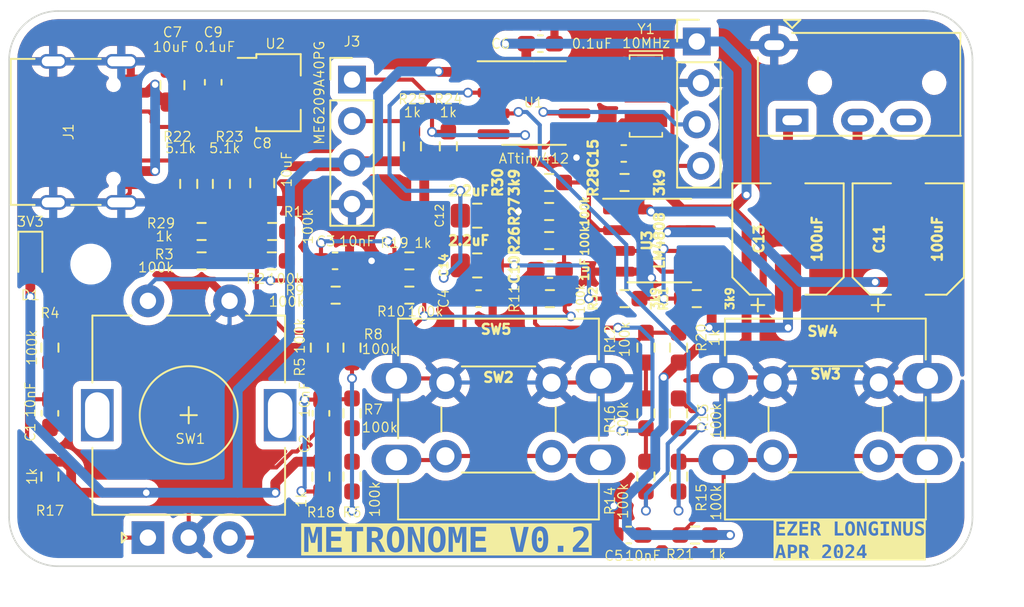
<source format=kicad_pcb>
(kicad_pcb (version 20221018) (generator pcbnew)
  (layers (0 "F.Cu" signal) (31 "B.Cu" signal) (34 "B.Paste" user) (35 "F.Paste" user) (36 "B.SilkS" user "B.Silkscreen") (37 "F.SilkS" user "F.Silkscreen") (38 "B.Mask" user) (39 "F.Mask" user) (44 "Edge.Cuts" user))
  (net 0 "")
  (net 1 "Net-(C1-Pad1)")
  (net 2 "GND")
  (net 3 "Net-(C2-Pad1)")
  (net 4 "Net-(C3-Pad1)")
  (net 5 "Net-(SW2-B)")
  (net 6 "Net-(SW3-B)")
  (net 7 "+3.3V")
  (net 8 "+5V")
  (net 9 "Net-(U3-INAP)")
  (net 10 "AUDIO_OUT")
  (net 11 "VOUT1")
  (net 12 "Net-(J1-CC1)")
  (net 16 "Net-(J1-CC2)")
  (net 20 "UPDI")
  (net 21 "Net-(R1-Pad2)")
  (net 22 "Net-(R2-Pad1)")
  (net 23 "Net-(R3-Pad2)")
  (net 24 "Net-(R5-Pad2)")
  (net 25 "Net-(R6-Pad1)")
  (net 26 "Net-(R10-Pad2)")
  (net 27 "Net-(R10-Pad1)")
  (net 28 "Net-(R11-Pad1)")
  (net 29 "Net-(R12-Pad1)")
  (net 30 "INPUTS")
  (net 31 "Net-(R15-Pad1)")
  (net 32 "SCL")
  (net 33 "SDA")
  (net 34 "BC1")
  (net 35 "PA3")
  (net 36 "Net-(D1-K)")
  (net 37 "Net-(C12-Pad2)")
  (net 38 "VOUT2")
  (net 39 "BC2")
  (net 40 "Net-(C14-Pad2)")
  (net 41 "Net-(U3-INAN)")
  (net 42 "Net-(U3-INBN)")
  (footprint "Resistor_SMD:R_0603_1608Metric_Pad0.98x0.95mm_HandSolder" (layer "F.Cu") (at 119 63.5875 -90)
    (fp_text reference "R22")
    (fp_text value "5.1k")
  )
  (footprint "Resistor_SMD:R_0603_1608Metric_Pad0.98x0.95mm_HandSolder" (layer "F.Cu") (at 129 77.6375 90)
    (fp_text reference "R7")
    (fp_text value "100k")
  )
  (footprint "Resistor_SMD:R_0603_1608Metric_Pad0.98x0.95mm_HandSolder" (layer "F.Cu") (at 110.5 81.5125 90)
    (fp_text reference "R17")
    (fp_text value "1k")
  )
  (footprint "Package_SO:SOIC-8_3.9x4.9mm_P1.27mm" (layer "F.Cu") (at 147.828 67.056)
    (fp_text reference "U3")
    (fp_text value "LM4808")
  )
  (footprint "ELonginus:6.35mm headphone jack PJ-611A" (layer "F.Cu") (at 164.656 57.39 -90)
    (fp_text reference "J4" hide)
    (fp_text value "AudioJack3_Ground")
  )
  (footprint "Resistor_SMD:R_0603_1608Metric_Pad0.98x0.95mm_HandSolder" (layer "F.Cu") (at 141.0735 63.5)
    (fp_text reference "R30")
    (fp_text value "3k9")
  )
  (footprint "Resistor_SMD:R_0603_1608Metric_Pad0.98x0.95mm_HandSolder" (layer "F.Cu") (at 132.5125 68.3)
    (fp_text reference "R19")
    (fp_text value "1k")
  )
  (footprint "Resistor_SMD:R_0603_1608Metric_Pad0.98x0.95mm_HandSolder" (layer "F.Cu") (at 141.1205 70.612)
    (fp_text reference "R11")
    (fp_text value "100k")
  )
  (footprint "Capacitor_SMD:C_0603_1608Metric_Pad1.08x0.95mm_HandSolder" (layer "F.Cu") (at 140.5375 55)
    (fp_text reference "C6")
    (fp_text value "0.1uF")
  )
  (footprint "Connector_PinHeader_2.54mm:PinHeader_1x04_P2.54mm_Vertical" (layer "F.Cu") (at 129 57.2)
    (fp_text reference "J3")
    (fp_text value "Conn_01x04_Pin" hide)
  )
  (footprint "Resistor_SMD:R_0603_1608Metric_Pad0.98x0.95mm_HandSolder" (layer "F.Cu") (at 150.0105 85.09)
    (fp_text reference "R21")
    (fp_text value "1k")
  )
  (footprint "Resistor_SMD:R_0603_1608Metric_Pad0.98x0.95mm_HandSolder" (layer "F.Cu") (at 145.6925 70.612)
    (fp_text reference "R32")
    (fp_text value "3k9")
  )
  (footprint "ELonginus:SW_PUSH_6mm" (layer "F.Cu") (at 134.724 75.764)
    (fp_text reference "SW2")
    (fp_text value "SW_SPST")
  )
  (footprint "Capacitor_SMD:C_0603_1608Metric_Pad1.08x0.95mm_HandSolder" (layer "F.Cu") (at 127.9625 68.3)
    (fp_text reference "C3")
    (fp_text value "10nF")
  )
  (footprint "ELonginus:SW_PUSH_12mm" (layer "F.Cu") (at 131.7212 75.4888)
    (fp_text reference "SW5")
    (fp_text value "SW_SPST")
  )
  (footprint "Resistor_SMD:R_0603_1608Metric_Pad0.98x0.95mm_HandSolder" (layer "F.Cu") (at 124.1125 66.5)
    (fp_text reference "R1")
    (fp_text value "100k")
  )
  (footprint "Connector_USB:USB_C_Receptacle_Palconn_UTC16-G" (layer "F.Cu") (at 112.9398 60.4012 -90)
    (fp_text reference "J1")
    (fp_text value "USB_C_Receptacle_USB2.0" hide)
  )
  (footprint "Resistor_SMD:R_0603_1608Metric_Pad0.98x0.95mm_HandSolder" (layer "F.Cu") (at 121 63.5875 90)
    (fp_text reference "R23")
    (fp_text value "5.1k")
  )
  (footprint "ELonginus:4.5mm_x_2.0mm_MurataElectronics_3Pin_Resonator" (layer "F.Cu") (at 147 58.2 -90)
    (fp_text reference "Y1")
    (fp_text value "10MHz")
  )
  (footprint "Resistor_SMD:R_0603_1608Metric_Pad0.98x0.95mm_HandSolder" (layer "F.Cu") (at 132.7 61.2875 -90)
    (fp_text reference "R25")
    (fp_text value "1k")
  )
  (footprint "Resistor_SMD:R_0603_1608Metric_Pad0.98x0.95mm_HandSolder" (layer "F.Cu") (at 149 81.5125 90)
    (fp_text reference "R15")
    (fp_text value "100k")
  )
  (footprint "Resistor_SMD:R_0603_1608Metric_Pad0.98x0.95mm_HandSolder" (layer "F.Cu") (at 149 73.6125 -90)
    (fp_text reference "R20")
    (fp_text value "1k")
  )
  (footprint "Resistor_SMD:R_0603_1608Metric_Pad0.98x0.95mm_HandSolder" (layer "F.Cu") (at 132.5125 70.4)
    (fp_text reference "R10")
    (fp_text value "100k")
  )
  (footprint "MountingHole:MountingHole_2.2mm_M2" (layer "F.Cu") (at 113 68.5)
    (fp_text reference "H2" hide)
    (fp_text value "MountingHole" hide)
  )
  (footprint "ELonginus:SW_PUSH_12mm" (layer "F.Cu") (at 151.7396 75.4888)
    (fp_text reference "SW4")
    (fp_text value "SW_SPST")
  )
  (footprint "ELonginus:SW_PUSH_6mm" (layer "F.Cu") (at 154.76 75.75)
    (fp_text reference "SW3")
    (fp_text value "SW_SPST")
  )
  (footprint "Capacitor_SMD:C_0805_2012Metric_Pad1.18x1.45mm_HandSolder" (layer "F.Cu") (at 118 57.5375 90)
    (fp_text reference "C7")
    (fp_text value "10uF")
  )
  (footprint "Capacitor_SMD:C_0805_2012Metric_Pad1.18x1.45mm_HandSolder" (layer "F.Cu") (at 136.6735 65.532)
    (fp_text reference "C12")
    (fp_text value "2.2uF")
  )
  (footprint "Capacitor_SMD:C_0805_2012Metric_Pad1.18x1.45mm_HandSolder" (layer "F.Cu") (at 123.5 63.5375 -90)
    (fp_text reference "C8")
    (fp_text value "10uF")
  )
  (footprint "Package_SO:SOIC-8_3.9x4.9mm_P1.27mm" (layer "F.Cu") (at 140.143 58.635)
    (fp_text reference "U1")
    (fp_text value "ATtiny412")
  )
  (footprint "Capacitor_SMD:C_0603_1608Metric_Pad1.08x0.95mm_HandSolder" (layer "F.Cu") (at 120.5 57.3625 90)
    (fp_text reference "C9")
    (fp_text value "0.1uF")
  )
  (footprint "Capacitor_SMD:C_0603_1608Metric_Pad1.08x0.95mm_HandSolder" (layer "F.Cu") (at 145.6425 61.722 180)
    (fp_text reference "C15")
    (fp_text value "0.1uF" hide)
  )
  (footprint "Resistor_SMD:R_0603_1608Metric_Pad0.98x0.95mm_HandSolder" (layer "F.Cu") (at 147 81.5125 90)
    (fp_text reference "R14")
    (fp_text value "100k")
  )
  (footprint "Resistor_SMD:R_0603_1608Metric_Pad0.98x0.95mm_HandSolder" (layer "F.Cu") (at 119.7875 68.3 180)
    (fp_text reference "R3")
    (fp_text value "100k")
  )
  (footprint "Rotary_Encoder:RotaryEncoder_Alps_EC11E-Switch_Vertical_H20mm" (layer "F.Cu") (at 116.5 85.25 90)
    (fp_text reference "SW1")
    (fp_text value "RotaryEncoder_Switch" hide)
  )
  (footprint "Resistor_SMD:R_0603_1608Metric_Pad0.98x0.95mm_HandSolder" (layer "F.Cu") (at 127 73.6125 -90)
    (fp_text reference "R5")
    (fp_text value "100k")
  )
  (footprint "Capacitor_SMD:C_0805_2012Metric_Pad1.18x1.45mm_HandSolder" (layer "F.Cu") (at 136.6735 68.58)
    (fp_text reference "C14")
    (fp_text value "2.2uF")
  )
  (footprint "Resistor_SMD:R_0603_1608Metric_Pad0.98x0.95mm_HandSolder" (layer "F.Cu") (at 129 81.5125 -90)
    (fp_text reference "R6")
    (fp_text value "100k")
  )
  (footprint "Resistor_SMD:R_0603_1608Metric_Pad0.98x0.95mm_HandSolder" (layer "F.Cu") (at 134.9 61.2875 -90)
    (fp_text reference "R24")
    (fp_text value "1k")
  )
  (footprint "Resistor_SMD:R_0603_1608Metric_Pad0.98x0.95mm_HandSolder" (layer "F.Cu") (at 124.0875 68.3)
    (fp_text reference "R2")
    (fp_text value "100k")
  )
  (footprint "Resistor_SMD:R_0603_1608Metric_Pad0.98x0.95mm_HandSolder" (layer "F.Cu") (at 119.7875 66.5 180)
    (fp_text reference "R29")
    (fp_text value "1k")
  )
  (footprint "Resistor_SMD:R_0603_1608Metric_Pad0.98x0.95mm_HandSolder" (layer "F.Cu") (at 145.6925 63.5)
    (fp_text reference "R28")
    (fp_text value "3k9")
  )
  (footprint "Capacitor_SMD:C_0603_1608Metric_Pad1.08x0.95mm_HandSolder" (layer "F.Cu") (at 110.5 77.6375 -90)
    (fp_text reference "C1")
    (fp_text value "10nF")
  )
  (footprint "Capacitor_SMD:C_0603_1608Metric_Pad1.08x0.95mm_HandSolder" (layer "F.Cu") (at 127.1 77.6375 -90)
    (fp_text reference "C2")
    (fp_text value "10nF")
  )
  (footprint "Resistor_SMD:R_0603_1608Metric_Pad0.98x0.95mm_HandSolder" (layer "F.Cu") (at 141.0735 65.278 180)
    (fp_text reference "R27")
    (fp_text value "100k")
  )
  (footprint "LED_SMD:LED_0603_1608Metric_Pad1.05x0.95mm_HandSolder" (layer "F.Cu") (at 109.3 68.175 -90)
    (fp_text reference "D1")
    (fp_text value "3V3")
  )
  (footprint "Capacitor_SMD:C_0603_1608Metric_Pad1.08x0.95mm_HandSolder" (layer "F.Cu") (at 145.9495 85.09 180)
    (fp_text reference "C5")
    (fp_text value "10nF")
  )
  (footprint "Package_TO_SOT_SMD:SOT-89-3" (layer "F.Cu") (at 124.5 58)
    (fp_text reference "U2")
    (fp_text value "ME6209A40PG")
  )
  (footprint "Resistor_SMD:R_0603_1608Metric_Pad0.98x0.95mm_HandSolder" (layer "F.Cu") (at 110.5 73.6125 90)
    (fp_text reference "R4")
    (fp_text value "100k")
  )
  (footprint "Resistor_SMD:R_0603_1608Metric_Pad0.98x0.95mm_HandSolder" (layer "F.Cu") (at 141.0735 67.056)
    (fp_text reference "R26")
    (fp_text value "100k")
  )
  (footprint "Resistor_SMD:R_0603_1608Metric_Pad0.98x0.95mm_HandSolder" (layer "F.Cu") (at 127.1 81.5125 90)
    (fp_text reference "R18")
    (fp_text value "1k")
  )
  (footprint "Resistor_SMD:R_0603_1608Metric_Pad0.98x0.95mm_HandSolder" (layer "F.Cu") (at 149 77.6375 90)
    (fp_text reference "R16")
    (fp_text value "100k")
  )
  (footprint "Resistor_SMD:R_0603_1608Metric_Pad0.98x0.95mm_HandSolder" (layer "F.Cu") (at 147 77.6375 -90)
    (fp_text reference "R13")
    (fp_text value "100k")
  )
  (footprint "Capacitor_SMD:CP_Elec_6.3x5.4_Nichicon" (layer "F.Cu") (at 163.068 66.962 90)
    (fp_text reference "C11")
    (fp_text value "100uF")
  )
  (footprint "Capacitor_SMD:C_0603_1608Metric_Pad1.08x0.95mm_HandSolder" (layer "F.Cu") (at 136.7525 70.612)
    (fp_text reference "C4")
    (fp_text value "10nF" hide)
  )
  (footprint "Capacitor_SMD:C_0603_1608Metric_Pad1.08x0.95mm_HandSolder" (layer "F.Cu") (at 141.1235 68.834 180)
    (fp_text reference "C10")
    (fp_text value "1uF")
  )
  (footprint "Resistor_SMD:R_0603_1608Metric_Pad0.98x0.95mm_HandSolder" (layer "F.Cu") (at 128 70.4 180)
    (fp_text reference "R9")
    (fp_text value "100k")
  )
  (footprint "Resistor_SMD:R_0603_1608Metric_Pad0.98x0.95mm_HandSolder" (layer "F.Cu") (at 129 73.6125 -90)
    (fp_text reference "R8")
    (fp_text value "100k")
  )
  (footprint "Resistor_SMD:R_0603_1608Metric_Pad0.98x0.95mm_HandSolder" (layer "F.Cu") (at 150.114 70.612)
    (fp_text reference "R31")
    (fp_text value "3k9")
  )
  (footprint "ELonginus:1x4_2.54mm_pin_staggered" (layer "F.Cu") (at 150.241 54.864)
    (fp_text reference "J2" hide)
    (fp_text value "Conn_01x04_Pin")
  )
  (footprint "Resistor_SMD:R_0603_1608Metric_Pad0.98x0.95mm_HandSolder" (layer "F.Cu") (at 147 73.6125 90)
    (fp_text reference "R12")
    (fp_text value "100k")
  )
  (footprint "Capacitor_SMD:CP_Elec_6.3x5.4_Nichicon" (layer "F.Cu") (at 155.702 66.962 90)
    (fp_text reference "C13")
    (fp_text value "100uF")
  )
  (gr_line (start 167 84) (end 167 56) (stroke (width 0.1)) (layer "Edge.Cuts"))
  (gr_arc (start 164 53) (mid 166.12132 53.87868) (end 167 56) (stroke (width 0.1)) (layer "Edge.Cuts"))
  (gr_arc (start 111 87) (mid 108.87868 86.12132) (end 108 84) (stroke (width 0.1)) (layer "Edge.Cuts"))
  (gr_line (start 111 87) (end 164 87) (stroke (width 0.1)) (layer "Edge.Cuts"))
  (gr_arc (start 167 84) (mid 166.12132 86.12132) (end 164 87) (stroke (width 0.1)) (layer "Edge.Cuts"))
  (gr_line (start 108 56) (end 108 84) (stroke (width 0.1)) (layer "Edge.Cuts"))
  (gr_line (start 164 53) (end 111 53) (stroke (width 0.1)) (layer "Edge.Cuts"))
  (gr_arc (start 108 56) (mid 108.87868 53.87868) (end 111 53) (stroke (width 0.1)) (layer "Edge.Cuts"))
  (gr_text "METRONOME V0.2\n\n" (at 125.984 88.9) (layer "F.SilkS" knockout) (effects (font (size 1.5 1.5) (thickness 0.375) bold) (justify left bottom)))
  (gr_text "EZER LONGINUS\nAPR 2024" (at 154.89 86.68) (layer "F.SilkS" knockout) (effects (font (size 0.8425 0.8425) (thickness 0.1685) bold) (justify left bottom)))
  (segment (start 116.5 85.25) (end 112.15 85.25) (width 0.25) (layer "F.Cu") (net 1))
  (segment (start 109.625 82.425) (end 109.1 81.9) (width 0.25) (layer "F.Cu") (net 1))
  (segment (start 109.325 76.775) (end 109.1 77) (width 0.25) (layer "F.Cu") (net 1))
  (segment (start 110.5 83.6) (end 110.5 82.425) (width 0.25) (layer "F.Cu") (net 1))
  (segment (start 110.5 82.425) (end 109.625 82.425) (width 0.25) (layer "F.Cu") (net 1))
  (segment (start 112.15 85.25) (end 110.5 83.6) (width 0.25) (layer "F.Cu") (net 1))
  (segment (start 110.5 76.775) (end 110.5 74.525) (width 0.25) (layer "F.Cu") (net 1))
  (segment (start 110.5 76.775) (end 109.325 76.775) (width 0.25) (layer "F.Cu") (net 1))
  (segment (start 109.1 77) (end 109.1 81.4) (width 0.25) (layer "F.Cu") (net 1))
  (segment (start 109.1 81.9) (end 109.1 81.4) (width 0.25) (layer "F.Cu") (net 1))
  (segment (start 121 64.5) (end 123.425 64.5) (width 0.25) (layer "F.Cu") (net 2))
  (segment (start 128.825 68.3) (end 129 68.125) (width 0.25) (layer "F.Cu") (net 2))
  (segment (start 145.087 85.09) (end 145.087 83.365) (width 0.25) (layer "F.Cu") (net 2))
  (segment (start 151.838 75.438) (end 154.578 75.438) (width 0.25) (layer "F.Cu") (net 2))
  (segment (start 120.9 64.6) (end 121 64.5) (width 0.25) (layer "F.Cu") (net 2))
  (segment (start 119.85 80.95) (end 118.2 82.6) (width 0.25) (layer "F.Cu") (net 2))
  (segment (start 121.5 80.85) (end 121.4 80.95) (width 0.25) (layer "F.Cu") (net 2))
  (segment (start 120.5 56.5) (end 122.55 56.5) (width 0.25) (layer "F.Cu") (net 2))
  (segment (start 138.43 70.612) (end 138.684 70.612) (width 0.25) (layer "F.Cu") (net 2))
  (segment (start 125.341116 79.975) (end 124.366116 80.95) (width 0.25) (layer "F.Cu") (net 2))
  (segment (start 119 83.4) (end 119 85.25) (width 0.25) (layer "F.Cu") (net 2))
  (segment (start 143.002 61.722) (end 142.748 61.976) (width 0.25) (layer "F.Cu") (net 2))
  (segment (start 154.5 75.5) (end 154.75 75.75) (width 0.25) (layer "F.Cu") (net 2))
  (segment (start 127.1 78.5) (end 125.625 79.975) (width 0.25) (layer "F.Cu") (net 2))
  (segment (start 115.3924 64.1432) (end 114.8124 64.7232) (width 0.25) (layer "F.Cu") (net 2))
  (segment (start 144.01 75.75) (end 144.26 75.5) (width 0.25) (layer "F.Cu") (net 2))
  (segment (start 120.9 66.3) (end 120.9 64.6) (width 0.25) (layer "F.Cu") (net 2))
  (segment (start 118.2 82.6) (end 119 83.4) (width 0.25) (layer "F.Cu") (net 2))
  (segment (start 123.5 64.575) (end 123.745 64.82) (width 0.25) (layer "F.Cu") (net 2))
  (segment (start 145.087 83.365) (end 145.034 83.312) (width 0.25) (layer "F.Cu") (net 2))
  (segment (start 121.4 80.95) (end 119.85 80.95) (width 0.25) (layer "F.Cu") (net 2))
  (segment (start 140.161 65.278) (end 139.192 65.278) (width 0.25) (layer "F.Cu") (net 2))
  (segment (start 144.78 61.722) (end 144.78 60.452) (width 0.25) (layer "F.Cu") (net 2))
  (segment (start 118 56.5) (end 120.5 56.5) (width 0.25) (layer "F.Cu") (net 2))
  (segment (start 145.532 59.7) (end 147 59.7) (width 0.25) (layer "F.Cu") (net 2))
  (segment (start 120.7 66.5) (end 120.9 66.3) (width 0.25) (layer "F.Cu") (net 2))
  (segment (start 119 64.5) (end 121 64.5) (width 0.25) (layer "F.Cu") (net 2))
  (segment (start 129 68.125) (end 129 64.82) (width 0.25) (layer "F.Cu") (net 2))
  (segment (start 119 64.5) (end 118.88 64.62) (width 0.25) (layer "F.Cu") (net 2))
  (segment (start 134.5 75.5) (end 134.75 75.75) (width 0.25) (layer "F.Cu") (net 2))
  (segment (start 139.954 68.834) (end 138.938 69.85) (width 0.25) (layer "F.Cu") (net 2))
  (segment (start 164.01 75.75) (end 164.26 75.5) (width 0.25) (layer "F.Cu") (net 2))
  (segment (start 138.43 70.612) (end 137.615 70.612) (width 0.25) (layer "F.Cu") (net 2))
  (segment (start 146.939 68.961) (end 147.32 69.342) (width 0.25) (layer "F.Cu") (net 2))
  (segment (start 124.366116 80.95) (end 121.4 80.95) (width 0.25) (layer "F.Cu") (net 2))
  (segment (start 113.4 81.4) (end 117 81.4) (width 0.25) (layer "F.Cu") (net 2))
  (segment (start 141.25 75.75) (end 144.01 75.75) (width 0.25) (layer "F.Cu") (net 2))
  (segment (start 140.261 68.834) (end 139.954 68.834) (width 0.25) (layer "F.Cu") (net 2))
  (segment (start 123.745 64.82) (end 129 64.82) (width 0.25) (layer "F.Cu") (net 2))
  (segment (start 144.78 60.452) (end 145.532 59.7) (width 0.25) (layer "F.Cu") (net 2))
  (segment (start 138.938 70.358) (end 138.938 69.85) (width 0.25) (layer "F.Cu") (net 2))
  (segment (start 161.25 75.75) (end 164.01 75.75) (width 0.25) (layer "F.Cu") (net 2))
  (segment (start 131.76 75.5) (end 134.5 75.5) (width 0.25) (layer "F.Cu") (net 2))
  (segment (start 138.684 70.612) (end 138.938 70.358) (width 0.25) (layer "F.Cu") (net 2))
  (segment (start 130.2 68.3) (end 128.825 68.3) (width 0.25) (layer "F.Cu") (net 2))
  (segment (start 125.625 79.975) (end 125.341116 79.975) (width 0.25) (layer "F.Cu") (net 2))
  (segment (start 123.425 64.5) (end 123.5 64.575) (width 0.25) (layer "F.Cu") (net 2))
  (segment (start 144.78 61.722) (end 143.002 61.722) (width 0.25) (layer "F.Cu") (net 2))
  (segment (start 120.7 66.5) (end 123.2 66.5) (width 0.25) (layer "F.Cu") (net 2))
  (segment (start 145.353 68.961) (end 146.939 68.961) (width 0.25) (layer "F.Cu") (net 2))
  (segment (start 121.5 70.75) (end 121.5 80.85) (width 0.25) (layer "F.Cu") (net 2))
  (segment (start 115.3924 63.6032) (end 115.3924 64.1432) (width 0.25) (layer "F.Cu") (net 2))
  (segment (start 117 81.4) (end 118.2 82.6) (width 0.25) (layer "F.Cu") (net 2))
  (via (at 147.32 69.342) (size 0.6) (drill 0.4) (layers "F.Cu" "B.Cu") (net 2))
  (via (at 145.034 83.312) (size 0.6) (drill 0.4) (layers "F.Cu" "B.Cu") (net 2))
  (via (at 139.192 65.278) (size 0.6) (drill 0.4) (layers "F.Cu" "B.Cu") (net 2))
  (via (at 138.938 69.85) (size 0.6) (drill 0.4) (layers "F.Cu" "B.Cu") (net 2))
  (via (at 142.748 61.976) (size 0.6) (drill 0.4) (layers "F.Cu" "B.Cu") (net 2))
  (via (at 130.2 68.3) (size 0.6) (drill 0.4) (layers "F.Cu" "B.Cu") (net 2))
  (segment (start 114.8 72.5) (end 114.8 70.2) (width 0.25) (layer "B.Cu") (net 2))
  (segment (start 131.76 68.96) (end 131.1 68.3) (width 0.25) (layer "B.Cu") (net 2))
  (segment (start 131.76 70.1) (end 131.76 68.96) (width 0.25) (layer "B.Cu") (net 2))
  (segment (start 131.76 75.5) (end 131.76 70.1) (width 0.25) (layer "B.Cu") (net 2))
  (segment (start 115.42 64.62) (end 114.23 64.62) (width 0.25) (layer "B.Cu") (net 2))
  (segment (start 120.9 72.8) (end 115.1 72.8) (width 0.25) (layer "B.Cu") (net 2))
  (segment (start 114.8 70.2) (end 116 69) (width 0.25) (layer "B.Cu") (net 2))
  (segment (start 131.1 68.3) (end 130.2 68.3) (width 0.25) (layer "B.Cu") (net 2))
  (segment (start 154.75 75.75) (end 161.25 75.75) (width 0.25) (layer "B.Cu") (net 2))
  (segment (start 121.5 70.75) (end 121.5 72.2) (width 0.25) (layer "B.Cu") (net 2))
  (segment (start 115.1 72.8) (end 114.8 72.5) (width 0.25) (layer "B.Cu") (net 2))
  (segment (start 121.5 72.2) (end 120.9 72.8) (width 0.25) (layer "B.Cu") (net 2))
  (segment (start 134.75 75.75) (end 141.25 75.75) (width 0.25) (layer "B.Cu") (net 2))
  (segment (start 126.099502 76.8) (end 127.075 76.8) (width 0.25) (layer "F.Cu") (net 3))
  (segment (start 127.1 83.7) (end 127.1 82.9) (width 0.25) (layer "F.Cu") (net 3))
  (segment (start 121.5 85.25) (end 125.55 85.25) (width 0.25) (layer "F.Cu") (net 3))
  (segment (start 127.1 76.775) (end 128.95 76.775) (width 0.25) (layer "F.Cu") (net 3))
  (segment (start 127.1 82.425) (end 125.925 82.425) (width 0.25) (layer "F.Cu") (net 3))
  (segment (start 129 76.725) (end 128.95 76.775) (width 0.25) (layer "F.Cu") (net 3))
  (segment (start 127.075 76.8) (end 127.1 76.775) (width 0.25) (layer "F.Cu") (net 3))
  (segment (start 125.925 82.425) (end 125.9 82.4) (width 0.25) (layer "F.Cu") (net 3))
  (segment (start 125.55 85.25) (end 127.1 83.7) (width 0.25) (layer "F.Cu") (net 3))
  (via (at 126.099502 76.8) (size 0.6) (drill 0.4) (layers "F.Cu" "B.Cu") (net 3))
  (via (at 125.9 82.4) (size 0.6) (drill 0.4) (layers "F.Cu" "B.Cu") (net 3))
  (segment (start 126.099502 82.200498) (end 126.099502 76.8) (width 0.25) (layer "B.Cu") (net 3))
  (segment (start 125.9 82.4) (end 126.099502 82.200498) (width 0.25) (layer "B.Cu") (net 3))
  (segment (start 127.1 68.3) (end 127.1 69.6) (width 0.25) (layer "F.Cu") (net 4))
  (segment (start 127 69.5) (end 127.1 69.6) (width 0.25) (layer "F.Cu") (net 4))
  (segment (start 124 69.5) (end 127 69.5) (width 0.25) (layer "F.Cu") (net 4))
  (segment (start 131.6 67.5) (end 131.2 67.1) (width 0.25) (layer "F.Cu") (net 4))
  (segment (start 127.1 69.6) (end 127.1 70.3875) (width 0.25) (layer "F.Cu") (net 4))
  (segment (start 127.1 67.2) (end 127.1 68.3) (width 0.25) (layer "F.Cu") (net 4))
  (segment (start 131.6 68.3) (end 131.6 67.5) (width 0.25) (layer "F.Cu") (net 4))
  (segment (start 127.1 70.3875) (end 127.0875 70.4) (width 0.25) (layer "F.Cu") (net 4))
  (via (at 124 69.5) (size 0.6) (drill 0.4) (layers "F.Cu" "B.Cu") (net 4))
  (via (at 131.2 67.1) (size 0.6) (drill 0.4) (layers "F.Cu" "B.Cu") (net 4))
  (via (at 127.1 67.2) (size 0.6) (drill 0.4) (layers "F.Cu" "B.Cu") (net 4))
  (segment (start 116.975 69.425) (end 123.925 69.425) (width 0.25) (layer "B.Cu") (net 4))
  (segment (start 131.2 67.1) (end 127.2 67.1) (width 0.25) (layer "B.Cu") (net 4))
  (segment (start 127.2 67.1) (end 127.1 67.2) (width 0.25) (layer "B.Cu") (net 4))
  (segment (start 116.5 70.75) (end 116.5 69.9) (width 0.25) (layer "B.Cu") (net 4))
  (segment (start 116.5 69.9) (end 116.975 69.425) (width 0.25) (layer "B.Cu") (net 4))
  (segment (start 123.925 69.425) (end 124 69.5) (width 0.25) (layer "B.Cu") (net 4))
  (segment (start 134.75 80.25) (end 141.25 80.25) (width 0.25) (layer "F.Cu") (net 5))
  (segment (start 138.9 73.19) (end 138.938 73.152) (width 0.25) (layer "F.Cu") (net 5))
  (segment (start 135.89 72.39) (end 136.652 73.152) (width 0.25) (layer "F.Cu") (net 5))
  (segment (start 146.548 73.152) (end 147 72.7) (width 0.25) (layer "F.Cu") (net 5))
  (segment (start 141.25 80.25) (end 144.01 80.25) (width 0.25) (layer "F.Cu") (net 5))
  (segment (start 134.5 80.5) (end 134.75 80.25) (width 0.25) (layer "F.Cu") (net 5))
  (segment (start 149 72.7) (end 147 72.7) (width 0.25) (layer "F.Cu") (net 5))
  (segment (start 144.01 80.25) (end 144.26 80.5) (width 0.25) (layer "F.Cu") (net 5))
  (segment (start 141.25 80.25) (end 139.45 80.25) (width 0.25) (layer "F.Cu") (net 5))
  (segment (start 131.76 80.5) (end 134.5 80.5) (width 0.25) (layer "F.Cu") (net 5))
  (segment (start 139.45 80.25) (end 138.9 79.7) (width 0.25) (layer "F.Cu") (net 5))
  (segment (start 138.938 73.152) (end 146.548 73.152) (width 0.25) (layer "F.Cu") (net 5))
  (segment (start 135.89 70.612) (end 135.89 72.39) (width 0.25) (layer "F.Cu") (net 5))
  (segment (start 136.652 73.152) (end 138.938 73.152) (width 0.25) (layer "F.Cu") (net 5))
  (segment (start 138.9 79.7) (end 138.9 73.19) (width 0.25) (layer "F.Cu") (net 5))
  (segment (start 151.76 82.428) (end 151.76 80.5) (width 0.25) (layer "F.Cu") (net 6))
  (segment (start 154.5 80.5) (end 154.75 80.25) (width 0.25) (layer "F.Cu") (net 6))
  (segment (start 164.01 80.25) (end 164.26 80.5) (width 0.25) (layer "F.Cu") (net 6))
  (segment (start 146.812 85.09) (end 149.098 85.09) (width 0.25) (layer "F.Cu") (net 6))
  (segment (start 149 80.6) (end 149.1 80.5) (width 0.25) (layer "F.Cu") (net 6))
  (segment (start 154.75 80.25) (end 161.25 80.25) (width 0.25) (layer "F.Cu") (net 6))
  (segment (start 149.1 80.5) (end 151.76 80.5) (width 0.25) (layer "F.Cu") (net 6))
  (segment (start 149.098 85.09) (end 151.76 82.428) (width 0.25) (layer "F.Cu") (net 6))
  (segment (start 151.76 80.5) (end 154.5 80.5) (width 0.25) (layer "F.Cu") (net 6))
  (segment (start 161.25 80.25) (end 164.01 80.25) (width 0.25) (layer "F.Cu") (net 6))
  (segment (start 132.7 62.2) (end 129.08 62.2) (width 0.6) (layer "F.Cu") (net 7))
  (segment (start 133.425 68.3) (end 133.425 67.056) (width 0.6) (layer "F.Cu") (net 7))
  (segment (start 146.505 61.722) (end 147.574 61.722) (width 0.6) (layer "F.Cu") (net 7))
  (segment (start 122.55 59.5) (end 122.55 61.55) (width 0.6) (layer "F.Cu") (net 7))
  (segment (start 111.8 81) (end 111.4 80.6) (width 0.6) (layer "F.Cu") (net 7))
  (segment (start 127.1 80.6) (end 125.6 80.6) (width 0.6) (layer "F.Cu") (net 7))
  (segment (start 111.8 82) (end 111.8 81) (width 0.6) (layer "F.Cu") (net 7))
  (segment (start 149 74.525) (end 148.995 74.525) (width 0.6) (layer "F.Cu") (net 7))
  (segment (start 152.654 73.66) (end 153.162 73.152) (width 0.6) (layer "F.Cu") (net 7))
  (segment (start 111.4 80.6) (end 110.5 80.6) (width 0.6) (layer "F.Cu") (net 7))
  (segment (start 116.4 82.5) (end 112.3 82.5) (width 0.6) (layer "F.Cu") (net 7))
  (segment (start 150.114 73.66) (end 152.654 73.66) (width 0.6) (layer "F.Cu") (net 7))
  (segment (start 137.668 56.73) (end 134.33 56.73) (width 0.6) (layer "F.Cu") (net 7))
  (segment (start 153.162 73.152) (end 153.162 66.04) (width 0.6) (layer "F.Cu") (net 7))
  (segment (start 125.6 80.6) (end 124.3 81.9) (width 0.6) (layer "F.Cu") (net 7))
  (segment (start 134.33 56.73) (end 134.3 56.7) (width 0.6) (layer "F.Cu") (net 7))
  (segment (start 147.828 63.754) (end 149.225 65.151) (width 0.6) (layer "F.Cu") (net 7))
  (segment (start 149.249 74.525) (end 150.114 73.66) (width 0.6) (layer "F.Cu") (net 7))
  (segment (start 137.668 56.73) (end 139.07 56.73) (width 0.6) (layer "F.Cu") (net 7))
  (segment (start 129.08 62.2) (end 129 62.28) (width 0.6) (layer "F.Cu") (net 7))
  (segment (start 147.574 61.722) (end 147.828 61.976) (width 0.6) (layer "F.Cu") (net 7))
  (segment (start 138.4 55) (end 139.675 55) (width 0.6) (layer "F.Cu") (net 7))
  (segment (start 109.3 70.5) (end 109.3 69.05) (width 0.6) (layer "F.Cu") (net 7))
  (segment (start 153.162 66.04) (end 152.273 65.151) (width 0.6) (layer "F.Cu") (net 7))
  (segment (start 123.5 62.5) (end 128.78 62.5) (width 0.6) (layer "F.Cu") (net 7))
  (segment (start 150.303 65.151) (end 152.273 65.151) (width 0.6) (layer "F.Cu") (net 7))
  (segment (start 133.425 62.925) (end 132.7 62.2) (width 0.6) (layer "F.Cu") (net 7))
  (segment (start 148.995 74.525) (end 148.082 75.438) (width 0.6) (layer "F.Cu") (net 7))
  (segment (start 122.55 61.55) (end 123.5 62.5) (width 0.6) (layer "F.Cu") (net 7))
  (segment (start 150.923 85.09) (end 152.146 85.09) (width 0.6) (layer "F.Cu") (net 7))
  (segment (start 133.425 67.056) (end 133.425 62.925) (width 0.6) (layer "F.Cu") (net 7))
  (segment (start 132.7 62.2) (end 134.9 62.2) (width 0.6) (layer "F.Cu") (net 7))
  (segment (start 124.3 81.9) (end 124.3 82.5) (width 0.6) (layer "F.Cu") (net 7))
  (segment (start 139.675 56.125) (end 139.675 55) (width 0.6) (layer "F.Cu") (net 7))
  (segment (start 149.225 65.151) (end 150.303 65.151) (width 0.6) (layer "F.Cu") (net 7))
  (segment (start 149 74.525) (end 149.249 74.525) (width 0.6) (layer "F.Cu") (net 7))
  (segment (start 112.3 82.5) (end 111.8 82) (width 0.6) (layer "F.Cu") (net 7))
  (segment (start 152.273 65.151) (end 153.162 64.262) (width 0.6) (layer "F.Cu") (net 7))
  (segment (start 147.828 61.976) (end 147.828 63.754) (width 0.6) (layer "F.Cu") (net 7))
  (segment (start 128.78 62.5) (end 129 62.28) (width 0.6) (layer "F.Cu") (net 7))
  (segment (start 139.07 56.73) (end 139.675 56.125) (width 0.6) (layer "F.Cu") (net 7))
  (segment (start 140.161 67.056) (end 133.425 67.056) (width 0.6) (layer "F.Cu") (net 7))
  (via (at 153.162 64.262) (size 0.6) (drill 0.4) (layers "F.Cu" "B.Cu") (net 7))
  (via (at 116.4 82.5) (size 0.6) (drill 0.4) (layers "F.Cu" "B.Cu") (net 7))
  (via (at 134.3 56.7) (size 0.6) (drill 0.4) (layers "F.Cu" "B.Cu") (net 7))
  (via (at 152.146 85.09) (size 0.6) (drill 0.4) (layers "F.Cu" "B.Cu") (net 7))
  (via (at 109.3 70.5) (size 0.6) (drill 0.4) (layers "F.Cu" "B.Cu") (net 7))
  (via (at 124.3 82.5) (size 0.6) (drill 0.4) (layers "F.Cu" "B.Cu") (net 7))
  (via (at 148.082 75.438) (size 0.6) (drill 0.4) (layers "F.Cu" "B.Cu") (net 7))
  (via (at 138.4 55) (size 0.6) (drill 0.4) (layers "F.Cu" "B.Cu") (net 7))
  (segment (start 130.12 62.28) (end 129 62.28) (width 0.6) (layer "B.Cu") (net 7))
  (segment (start 130.6 58) (end 130.6 61.8) (width 0.6) (layer "B.Cu") (net 7))
  (segment (start 148.082 78.486) (end 147.574 78.994) (width 0.6) (layer "B.Cu") (net 7))
  (segment (start 116.4 82.5) (end 122 82.5) (width 0.6) (layer "B.Cu") (net 7))
  (segment (start 130.6 61.8) (end 130.12 62.28) (width 0.6) (layer "B.Cu") (net 7))
  (segment (start 122 76.2) (end 125.2 73) (width 0.6) (layer "B.Cu") (net 7))
  (segment (start 149.3 55) (end 138.4 55) (width 0.6) (layer "B.Cu") (net 7))
  (segment (start 126.82 62.28) (end 129 62.28) (width 0.6) (layer "B.Cu") (net 7))
  (segment (start 145.834 84.62) (end 146.304 85.09) (width 0.6) (layer "B.Cu") (net 7))
  (segment (start 125.2 73) (end 125.2 63.6) (width 0.6) (layer "B.Cu") (net 7))
  (segment (start 147.574 78.994) (end 147.574 81.026) (width 0.6) (layer "B.Cu") (net 7))
  (segment (start 122 82.5) (end 124.3 82.5) (width 0.6) (layer "B.Cu") (net 7))
  (segment (start 151.638 54.864) (end 150.114 54.864) (width 0.6) (layer "B.Cu") (net 7))
  (segment (start 113.7 82.5) (end 111.3 80.1) (width 0.6) (layer "B.Cu") (net 7))
  (segment (start 145.834 82.766) (end 145.834 84.62) (width 0.6) (layer "B.Cu") (net 7))
  (segment (start 146.304 85.09) (end 152.146 85.09) (width 0.6) (layer "B.Cu") (net 7))
  (segment (start 109.3 78.1) (end 109.3 70.5) (width 0.6) (layer "B.Cu") (net 7))
  (segment (start 125.2 63.6) (end 126.3 62.5) (width 0.6) (layer "B.Cu") (net 7))
  (segment (start 134.3 56.7) (end 131.9 56.7) (width 0.6) (layer "B.Cu") (net 7))
  (segment (start 150.125 55) (end 149.3 55) (width 0.6) (layer "B.Cu") (net 7))
  (segment (start 126.3 62.5) (end 126.6 62.5) (width 0.6) (layer "B.Cu") (net 7))
  (segment (start 147.574 81.026) (end 145.834 82.766) (width 0.6) (layer "B.Cu") (net 7))
  (segment (start 111.3 80.1) (end 109.3 78.1) (width 0.6) (layer "B.Cu") (net 7))
  (segment (start 153.162 56.388) (end 151.638 54.864) (width 0.6) (layer "B.Cu") (net 7))
  (segment (start 153.162 64.262) (end 153.162 56.388) (width 0.6) (layer "B.Cu") (net 7))
  (segment (start 116.4 82.5) (end 113.7 82.5) (width 0.6) (layer "B.Cu") (net 7))
  (segment (start 126.6 62.5) (end 126.82 62.28) (width 0.6) (layer "B.Cu") (net 7))
  (segment (start 122 82.5) (end 122 76.2) (width 0.6) (layer "B.Cu") (net 7))
  (segment (start 148.082 75.438) (end 148.082 78.486) (width 0.6) (layer "B.Cu") (net 7))
  (segment (start 131.9 56.7) (end 130.6 58) (width 0.6) (layer "B.Cu") (net 7))
  (segment (start 120.15 58.575) (end 120.5 58.225) (width 0.6) (layer "F.Cu") (net 8))
  (segment (start 116.6876 57.7596) (end 116.9416 57.5056) (width 0.6) (layer "F.Cu") (net 8))
  (segment (start 122.6375 58) (end 120.725 58) (width 0.6) (layer "F.Cu") (net 8))
  (segment (start 120.725 58) (end 120.5 58.225) (width 0.6) (layer "F.Cu") (net 8))
  (segment (start 116.446 58.0012) (end 116.6876 57.7596) (width 0.6) (layer "F.Cu") (net 8))
  (segment (start 118 58.575) (end 120.15 58.575) (width 0.6) (layer "F.Cu") (net 8))
  (segment (start 117.503 58.575) (end 116.6876 57.7596) (width 0.6) (layer "F.Cu") (net 8))
  (segment (start 116.9292 62.8012) (end 116.9416 62.7888) (width 0.6) (layer "F.Cu") (net 8))
  (segment (start 115.4498 62.8012) (end 116.9292 62.8012) (width 0.6) (layer "F.Cu") (net 8))
  (segment (start 115.4498 58.0012) (end 116.446 58.0012) (width 0.6) (layer "F.Cu") (net 8))
  (segment (start 118 58.575) (end 117.503 58.575) (width 0.6) (layer "F.Cu") (net 8))
  (via (at 116.9416 62.7888) (size 0.6) (drill 0.4) (layers "F.Cu" "B.Cu") (net 8))
  (via (at 116.9416 57.5056) (size 0.6) (drill 0.4) (layers "F.Cu" "B.Cu") (net 8))
  (segment (start 116.9416 57.5056) (end 116.9416 62.7888) (width 0.6) (layer "B.Cu") (net 8))
  (segment (start 145.353 67.691) (end 146.685 67.691) (width 0.25) (layer "F.Cu") (net 9))
  (segment (start 145.353 67.691) (end 142.875 67.691) (width 0.25) (layer "F.Cu") (net 9))
  (segment (start 146.685 67.691) (end 147.955 68.961) (width 0.25) (layer "F.Cu") (net 9))
  (segment (start 142.875 67.691) (end 142.24 67.056) (width 0.25) (layer "F.Cu") (net 9))
  (segment (start 141.986 65.278) (end 141.986 67.056) (width 0.25) (layer "F.Cu") (net 9))
  (segment (start 147.955 68.961) (end 150.303 68.961) (width 0.25) (layer "F.Cu") (net 9))
  (segment (start 141.986 68.834) (end 141.986 67.056) (width 0.25) (layer "F.Cu") (net 9))
  (segment (start 142.24 67.056) (end 141.986 67.056) (width 0.25) (layer "F.Cu") (net 9))
  (segment (start 138.05 58) (end 136.1 58) (width 0.25) (layer "F.Cu") (net 10))
  (segment (start 135.636 68.58) (end 135.382 68.58) (width 0.25) (layer "F.Cu") (net 10))
  (segment (start 135.636 65.532) (end 135.636 64.008) (width 0.25) (layer "F.Cu") (net 10))
  (segment (start 135.382 68.58) (end 134.62 69.342) (width 0.25) (layer "F.Cu") (net 10))
  (via (at 134.62 69.342) (size 0.6) (drill 0.4) (layers "F.Cu" "B.Cu") (net 10))
  (via (at 135.636 64.008) (size 0.6) (drill 0.4) (layers "F.Cu" "B.Cu") (net 10))
  (via (at 136.1 58) (size 0.6) (drill 0.4) (layers "F.Cu" "B.Cu") (net 10))
  (segment (start 135.636 64.008) (end 132.316 64.008) (width 0.25) (layer "B.Cu") (net 10))
  (segment (start 132.316 64.008) (end 131.3 62.992) (width 0.25) (layer "B.Cu") (net 10))
  (segment (start 134.62 69.342) (end 135.636 68.326) (width 0.25) (layer "B.Cu") (net 10))
  (segment (start 131.3 58.8) (end 131.3 62.992) (width 0.25) (layer "B.Cu") (net 10))
  (segment (start 132.1 58) (end 131.3 58.8) (width 0.25) (layer "B.Cu") (net 10))
  (segment (start 136.1 58) (end 132.1 58) (width 0.25) (layer "B.Cu") (net 10))
  (segment (start 135.636 68.326) (end 135.636 64.008) (width 0.25) (layer "B.Cu") (net 10))
  (segment (start 146.605 63.5) (end 146.605 64.944) (width 0.6) (layer "F.Cu") (net 11))
  (segment (start 161.036 69.596) (end 163.002 69.596) (width 0.6) (layer "F.Cu") (net 11))
  (segment (start 147.193 65.151) (end 147.32 65.278) (width 0.6) (layer "F.Cu") (net 11))
  (segment (start 146.605 64.944) (end 146.812 65.151) (width 0.6) (layer "F.Cu") (net 11))
  (segment (start 146.812 65.151) (end 147.193 65.151) (width 0.6) (layer "F.Cu") (net 11))
  (segment (start 145.353 65.151) (end 146.812 65.151) (width 0.6) (layer "F.Cu") (net 11))
  (segment (start 163.002 69.596) (end 163.068 69.662) (width 0.6) (layer "F.Cu") (net 11))
  (via (at 147.32 65.278) (size 0.6) (drill 0.4) (layers "F.Cu" "B.Cu") (net 11))
  (via (at 161.036 69.596) (size 0.6) (drill 0.4) (layers "F.Cu" "B.Cu") (net 11))
  (segment (start 152.146 65.278) (end 154.686 67.818) (width 0.6) (layer "B.Cu") (net 11))
  (segment (start 147.32 65.278) (end 152.146 65.278) (width 0.6) (layer "B.Cu") (net 11))
  (segment (start 156.464 69.596) (end 161.036 69.596) (width 0.6) (layer "B.Cu") (net 11))
  (segment (start 154.686 67.818) (end 156.464 69.596) (width 0.6) (layer "B.Cu") (net 11))
  (segment (start 117.0468 60.1) (end 119.5 60.1) (width 0.25) (layer "F.Cu") (net 12))
  (segment (start 121 61.6) (end 121 62.675) (width 0.25) (layer "F.Cu") (net 12))
  (segment (start 116.7384 59.7916) (end 117.0468 60.1) (width 0.25) (layer "F.Cu") (net 12))
  (segment (start 119.5 60.1) (end 121 61.6) (width 0.25) (layer "F.Cu") (net 12))
  (segment (start 115.3924 59.1532) (end 116.5572 59.1532) (width 0.25) (layer "F.Cu") (net 12))
  (segment (start 116.5572 59.1532) (end 116.7384 59.3344) (width 0.25) (layer "F.Cu") (net 12))
  (segment (start 116.7384 59.3344) (end 116.7384 59.7916) (width 0.25) (layer "F.Cu") (net 12))
  (segment (start 118.4782 62.1532) (end 119 62.675) (width 0.25) (layer "F.Cu") (net 16))
  (segment (start 115.3924 62.1532) (end 118.4782 62.1532) (width 0.25) (layer "F.Cu") (net 16))
  (segment (start 142.618 59.27) (end 140.804 59.27) (width 0.25) (layer "F.Cu") (net 20))
  (segment (start 140.804 59.27) (end 140.716 59.182) (width 0.25) (layer "F.Cu") (net 20))
  (via (at 140.716 59.182) (size 0.6) (drill 0.4) (layers "F.Cu" "B.Cu") (net 20))
  (segment (start 148.082 59.182) (end 148.844 59.944) (width 0.25) (layer "B.Cu") (net 20))
  (segment (start 148.844 59.944) (end 150.114 59.944) (width 0.25) (layer "B.Cu") (net 20))
  (segment (start 140.716 59.182) (end 148.082 59.182) (width 0.25) (layer "B.Cu") (net 20))
  (segment (start 125 68.3) (end 125 66.525) (width 0.25) (layer "F.Cu") (net 21))
  (segment (start 125 66.525) (end 125.025 66.5) (width 0.25) (layer "F.Cu") (net 21))
  (segment (start 123.175 70.875) (end 123.175 68.3) (width 0.25) (layer "F.Cu") (net 22))
  (segment (start 127 72.7) (end 125 72.7) (width 0.25) (layer "F.Cu") (net 22))
  (segment (start 125 72.7) (end 123.175 70.875) (width 0.25) (layer "F.Cu") (net 22))
  (segment (start 120.7 68.3) (end 123.175 68.3) (width 0.25) (layer "F.Cu") (net 22))
  (segment (start 112.3 72.7) (end 110.5 72.7) (width 0.25) (layer "F.Cu") (net 23))
  (segment (start 118.875 68.3) (end 116.7 68.3) (width 0.25) (layer "F.Cu") (net 23))
  (segment (start 116.7 68.3) (end 112.3 72.7) (width 0.25) (layer "F.Cu") (net 23))
  (segment (start 129 82.425) (end 129 83.6) (width 0.25) (layer "F.Cu") (net 24))
  (segment (start 127 74.525) (end 129 74.525) (width 0.25) (layer "F.Cu") (net 24))
  (segment (start 129 75.5) (end 129 74.525) (width 0.25) (layer "F.Cu") (net 24))
  (via (at 129 75.5) (size 0.6) (drill 0.4) (layers "F.Cu" "B.Cu") (net 24))
  (via (at 129 83.6) (size 0.6) (drill 0.4) (layers "F.Cu" "B.Cu") (net 24))
  (segment (start 129 83.6) (end 129 75.5) (width 0.25) (layer "B.Cu") (net 24))
  (segment (start 129 78.55) (end 129 80.6) (width 0.25) (layer "F.Cu") (net 25))
  (segment (start 132.4 72.7) (end 133.425 71.675) (width 0.25) (layer "F.Cu") (net 26))
  (segment (start 133.425 71.675) (end 133.425 70.4) (width 0.25) (layer "F.Cu") (net 26))
  (segment (start 142.033 70.612) (end 142.033 71.333) (width 0.25) (layer "F.Cu") (net 26))
  (segment (start 142.033 71.333) (end 142.4 71.7) (width 0.25) (layer "F.Cu") (net 26))
  (segment (start 129 72.7) (end 132.4 72.7) (width 0.25) (layer "F.Cu") (net 26))
  (via (at 142.4 71.7) (size 0.6) (drill 0.4) (layers "F.Cu" "B.Cu") (net 26))
  (via (at 133.425 71.675) (size 0.6) (drill 0.4) (layers "F.Cu" "B.Cu") (net 26))
  (segment (start 142.375 71.725) (end 133.475 71.725) (width 0.25) (layer "B.Cu") (net 26))
  (segment (start 142.4 71.7) (end 142.375 71.725) (width 0.25) (layer "B.Cu") (net 26))
  (segment (start 133.475 71.725) (end 133.425 71.675) (width 0.25) (layer "B.Cu") (net 26))
  (segment (start 128.9125 70.4) (end 131.6 70.4) (width 0.25) (layer "F.Cu") (net 27))
  (segment (start 140.208 72.136) (end 140.462 72.39) (width 0.25) (layer "F.Cu") (net 28))
  (segment (start 140.208 70.612) (end 140.208 72.136) (width 0.25) (layer "F.Cu") (net 28))
  (segment (start 147 80.6) (end 147 78.55) (width 0.25) (layer "F.Cu") (net 28))
  (segment (start 140.462 72.39) (end 141.478 72.39) (width 0.25) (layer "F.Cu") (net 28))
  (segment (start 146.85 78.7) (end 147 78.55) (width 0.25) (layer "F.Cu") (net 28))
  (segment (start 145.5 78.7) (end 146.85 78.7) (width 0.25) (layer "F.Cu") (net 28))
  (segment (start 141.478 72.39) (end 145.288 72.39) (width 0.25) (layer "F.Cu") (net 28))
  (via (at 145.288 72.39) (size 0.6) (drill 0.4) (layers "F.Cu" "B.Cu") (net 28))
  (via (at 145.5 78.7) (size 0.6) (drill 0.4) (layers "F.Cu" "B.Cu") (net 28))
  (segment (start 147.4 76.6) (end 147.4 78) (width 0.25) (layer "B.Cu") (net 28))
  (segment (start 146.7 78.7) (end 145.5 78.7) (width 0.25) (layer "B.Cu") (net 28))
  (segment (start 147.4 73.152) (end 147.4 76.6) (width 0.25) (layer "B.Cu") (net 28))
  (segment (start 147.4 78) (end 146.7 78.7) (width 0.25) (layer "B.Cu") (net 28))
  (segment (start 146.638 72.39) (end 147.4 73.152) (width 0.25) (layer "B.Cu") (net 28))
  (segment (start 145.288 72.39) (end 146.638 72.39) (width 0.25) (layer "B.Cu") (net 28))
  (segment (start 147 74.525) (end 147 76.725) (width 0.25) (layer "F.Cu") (net 29))
  (segment (start 149.775 77.5) (end 149 76.725) (width 0.25) (layer "F.Cu") (net 30))
  (segment (start 139.104 59.27) (end 139.192 59.182) (width 0.25) (layer "F.Cu") (net 30))
  (segment (start 150.4 77.5) (end 149.775 77.5) (width 0.25) (layer "F.Cu") (net 30))
  (segment (start 147 82.425) (end 147 83.6) (width 0.25) (layer "F.Cu") (net 30))
  (segment (start 137.668 59.27) (end 139.104 59.27) (width 0.25) (layer "F.Cu") (net 30))
  (via (at 147 83.6) (size 0.6) (drill 0.4) (layers "F.Cu" "B.Cu") (net 30))
  (via (at 139.192 59.182) (size 0.6) (drill 0.4) (layers "F.Cu" "B.Cu") (net 30))
  (via (at 150.4 77.5) (size 0.6) (drill 0.4) (layers "F.Cu" "B.Cu") (net 30))
  (segment (start 149.606 73.869604) (end 145.796 70.059604) (width 0.25) (layer "B.Cu") (net 30))
  (segment (start 145.796 67.31) (end 140.5 62.014) (width 0.25) (layer "B.Cu") (net 30))
  (segment (start 148.336 79.502) (end 148.336 81.28) (width 0.25) (layer "B.Cu") (net 30))
  (segment (start 150.338 77.5) (end 148.336 79.502) (width 0.25) (layer "B.Cu") (net 30))
  (segment (start 150.4 77.5) (end 150.338 77.5) (width 0.25) (layer "B.Cu") (net 30))
  (segment (start 140.5 62.014) (end 140.5 59.982) (width 0.25) (layer "B.Cu") (net 30))
  (segment (start 145.796 70.059604) (end 145.796 67.31) (width 0.25) (layer "B.Cu") (net 30))
  (segment (start 150.144 77.5) (end 149.606 76.962) (width 0.25) (layer "B.Cu") (net 30))
  (segment (start 147 82.616) (end 147 83.6) (width 0.25) (layer "B.Cu") (net 30))
  (segment (start 139.7 59.182) (end 139.192 59.182) (width 0.25) (layer "B.Cu") (net 30))
  (segment (start 148.336 81.28) (end 147 82.616) (width 0.25) (layer "B.Cu") (net 30))
  (segment (start 150.4 77.5) (end 150.144 77.5) (width 0.25) (layer "B.Cu") (net 30))
  (segment (start 140.5 59.982) (end 139.7 59.182) (width 0.25) (layer "B.Cu") (net 30))
  (segment (start 149.606 76.962) (end 149.606 73.869604) (width 0.25) (layer "B.Cu") (net 30))
  (segment (start 150.4 78.5) (end 149.05 78.5) (width 0.25) (layer "F.Cu") (net 31))
  (segment (start 149.05 78.5) (end 149 78.55) (width 0.25) (layer "F.Cu") (net 31))
  (segment (start 149 82.425) (end 149 83.6) (width 0.25) (layer "F.Cu") (net 31))
  (via (at 150.4 78.5) (size 0.6) (drill 0.4) (layers "F.Cu" "B.Cu") (net 31))
  (via (at 149 83.6) (size 0.6) (drill 0.4) (layers "F.Cu" "B.Cu") (net 31))
  (segment (start 149 83.6) (end 149 79.9) (width 0.25) (layer "B.Cu") (net 31))
  (segment (start 149 79.9) (end 150.4 78.5) (width 0.25) (layer "B.Cu") (net 31))
  (segment (start 132.7 60.375) (end 132.7 60) (width 0.25) (layer "F.Cu") (net 32))
  (segment (start 140.85 61.35) (end 141.66 60.54) (width 0.25) (layer "F.Cu") (net 32))
  (segment (start 132.7 60.375) (end 132.7 60.8) (width 0.25) (layer "F.Cu") (net 32))
  (segment (start 141.66 60.54) (end 143 60.54) (width 0.25) (layer "F.Cu") (net 32))
  (segment (start 133.25 61.35) (end 140.85 61.35) (width 0.25) (layer "F.Cu") (net 32))
  (segment (start 132.7 60) (end 132.44 59.74) (width 0.25) (layer "F.Cu") (net 32))
  (segment (start 132.44 59.74) (end 129 59.74) (width 0.25) (layer "F.Cu") (net 32))
  (segment (start 132.7 60.8) (end 133.25 61.35) (width 0.25) (layer "F.Cu") (net 32))
  (segment (start 138.11 60.6) (end 138.05 60.54) (width 0.25) (layer "F.Cu") (net 33))
  (segment (start 133.9 58.4) (end 133.9 60.4) (width 0.25) (layer "F.Cu") (net 33))
  (segment (start 129 57.2) (end 132.7 57.2) (width 0.25) (layer "F.Cu") (net 33))
  (segment (start 133.9 60.4) (end 134.875 60.4) (width 0.25) (layer "F.Cu") (net 33))
  (segment (start 134.875 60.4) (end 134.9 60.375) (width 0.25) (layer "F.Cu") (net 33))
  (segment (start 139.6 60.6) (end 138.11 60.6) (width 0.25) (layer "F.Cu") (net 33))
  (segment (start 132.7 57.2) (end 133.9 58.4) (width 0.25) (layer "F.Cu") (net 33))
  (via (at 139.6 60.6) (size 0.6) (drill 0.4) (layers "F.Cu" "B.Cu") (net 33))
  (via (at 133.9 60.4) (size 0.6) (drill 0.4) (layers "F.Cu" "B.Cu") (net 33))
  (segment (start 139.6 60.6) (end 134.1 60.6) (width 0.25) (layer "B.Cu") (net 33))
  (segment (start 134.1 60.6) (end 133.9 60.4) (width 0.25) (layer "B.Cu") (net 33))
  (segment (start 159.956 59.69) (end 159.956 61.15) (width 0.6) (layer "F.Cu") (net 34))
  (segment (start 159.956 61.15) (end 163.068 64.262) (width 0.6) (layer "F.Cu") (net 34))
  (segment (start 148.844 62.484) (end 150.368 62.484) (width 0.25) (layer "F.Cu") (net 35))
  (segment (start 144.5 58) (end 144.7 58.2) (width 0.25) (layer "F.Cu") (net 35))
  (segment (start 148.625 62.265) (end 148.844 62.484) (width 0.25) (layer "F.Cu") (net 35))
  (segment (start 147 58.2) (end 148.37 58.2) (width 0.25) (layer "F.Cu") (net 35))
  (segment (start 148.625 58.455) (end 148.625 62.265) (width 0.25) (layer "F.Cu") (net 35))
  (segment (start 148.37 58.2) (end 148.625 58.455) (width 0.25) (layer "F.Cu") (net 35))
  (segment (start 143 58) (end 144.5 58) (width 0.25) (layer "F.Cu") (net 35))
  (segment (start 144.7 58.2) (end 147 58.2) (width 0.25) (layer "F.Cu") (net 35))
  (segment (start 118.875 66.375) (end 118.3 65.8) (width 0.25) (layer "F.Cu") (net 36))
  (segment (start 118.875 66.5) (end 118.875 66.375) (width 0.25) (layer "F.Cu") (net 36))
  (segment (start 109.3 66.7) (end 109.3 67.3) (width 0.25) (layer "F.Cu") (net 36))
  (segment (start 110.2 65.8) (end 109.3 66.7) (width 0.25) (layer "F.Cu") (net 36))
  (segment (start 118.3 65.8) (end 110.2 65.8) (width 0.25) (layer "F.Cu") (net 36))
  (segment (start 140.161 63.5) (end 138.43 63.5) (width 0.25) (layer "F.Cu") (net 37))
  (segment (start 137.711 64.219) (end 137.711 65.532) (width 0.25) (layer "F.Cu") (net 37))
  (segment (start 138.43 63.5) (end 137.711 64.219) (width 0.25) (layer "F.Cu") (net 37))
  (segment (start 150.303 66.421) (end 148.463 66.421) (width 0.6) (layer "F.Cu") (net 38))
  (segment (start 148.463 66.421) (end 148.336 66.548) (width 0.6) (layer "F.Cu") (net 38))
  (segment (start 151.0265 72.2395) (end 150.876 72.39) (width 0.6) (layer "F.Cu") (net 38))
  (segment (start 155.702 72.39) (end 155.702 69.662) (width 0.6) (layer "F.Cu") (net 38))
  (segment (start 151.0265 70.612) (end 151.0265 72.2395) (width 0.6) (layer "F.Cu") (net 38))
  (via (at 148.336 66.548) (size 0.6) (drill 0.4) (layers "F.Cu" "B.Cu") (net 38))
  (via (at 155.702 72.39) (size 0.6) (drill 0.4) (layers "F.Cu" "B.Cu") (net 38))
  (via (at 150.876 72.39) (size 0.6) (drill 0.4) (layers "F.Cu" "B.Cu") (net 38))
  (segment (start 153.162 67.564) (end 155.702 70.104) (width 0.6) (layer "B.Cu") (net 38))
  (segment (start 150.876 72.39) (end 155.702 72.39) (width 0.6) (layer "B.Cu") (net 38))
  (segment (start 148.336 66.548) (end 152.146 66.548) (width 0.6) (layer "B.Cu") (net 38))
  (segment (start 152.146 66.548) (end 153.162 67.564) (width 0.6) (layer "B.Cu") (net 38))
  (segment (start 155.702 70.104) (end 155.702 72.39) (width 0.6) (layer "B.Cu") (net 38))
  (segment (start 155.702 59.944) (end 155.956 59.69) (width 0.6) (layer "F.Cu") (net 39))
  (segment (start 155.702 64.262) (end 155.702 59.944) (width 0.6) (layer "F.Cu") (net 39))
  (segment (start 137.711 68.58) (end 138.938 68.58) (width 0.25) (layer "F.Cu") (net 40))
  (segment (start 143.51 70.612) (end 143.764 70.612) (width 0.25) (layer "F.Cu") (net 40))
  (segment (start 143.764 70.612) (end 144.78 70.612) (width 0.25) (layer "F.Cu") (net 40))
  (via (at 138.938 68.58) (size 0.6) (drill 0.4) (layers "F.Cu" "B.Cu") (net 40))
  (via (at 143.51 70.612) (size 0.6) (drill 0.4) (layers "F.Cu" "B.Cu") (net 40))
  (segment (start 143.256 68.58) (end 143.51 68.834) (width 0.25) (layer "B.Cu") (net 40))
  (segment (start 143.51 68.834) (end 143.51 70.612) (width 0.25) (layer "B.Cu") (net 40))
  (segment (start 138.938 68.58) (end 143.002 68.58) (width 0.25) (layer "B.Cu") (net 40))
  (segment (start 143.002 68.58) (end 143.256 68.58) (width 0.25) (layer "B.Cu") (net 40))
  (segment (start 145.353 66.421) (end 144.145 66.421) (width 0.25) (layer "F.Cu") (net 41))
  (segment (start 141.986 63.5) (end 143.51 63.5) (width 0.25) (layer "F.Cu") (net 41))
  (segment (start 143.51 65.786) (end 143.51 63.5) (width 0.25) (layer "F.Cu") (net 41))
  (segment (start 144.145 66.421) (end 143.51 65.786) (width 0.25) (layer "F.Cu") (net 41))
  (segment (start 144.78 63.5) (end 143.51 63.5) (width 0.25) (layer "F.Cu") (net 41))
  (segment (start 148.082 70.612) (end 149.2015 70.612) (width 0.25) (layer "F.Cu") (net 42))
  (segment (start 148.209 67.691) (end 148.082 67.564) (width 0.25) (layer "F.Cu") (net 42))
  (segment (start 150.303 67.691) (end 148.209 67.691) (width 0.25) (layer "F.Cu") (net 42))
  (segment (start 146.605 70.612) (end 148.082 70.612) (width 0.25) (layer "F.Cu") (net 42))
  (via (at 148.082 67.564) (size 0.6) (drill 0.4) (layers "F.Cu" "B.Cu") (net 42))
  (via (at 148.082 70.612) (size 0.6) (drill 0.4) (layers "F.Cu" "B.Cu") (net 42))
  (segment (start 148.082 67.564) (end 148.082 70.612) (width 0.25) (layer "B.Cu") (net 42))
  (zone (net 2) (net_name "GND") (layer "F.Cu") (connect_pads (clearance 0.5)) (min_thickness 0.25) (fill yes (thermal_gap 0.5) (thermal_bridge_width 0.5))
    (polygon (pts (xy 107.5 52.5) (xy 167.5 52.5) (xy 167.5 87.5) (xy 107.5 87.5)))
  )
  (zone (net 2) (net_name "GND") (layer "B.Cu") (priority 1) (connect_pads (clearance 0.5)) (min_thickness 0.25) (fill yes (thermal_gap 0.5) (thermal_bridge_width 0.5))
    (polygon (pts (xy 167.64 52.324) (xy 167.64 87.376) (xy 107.442 87.376) (xy 107.442 52.324)))
  )
)
</source>
